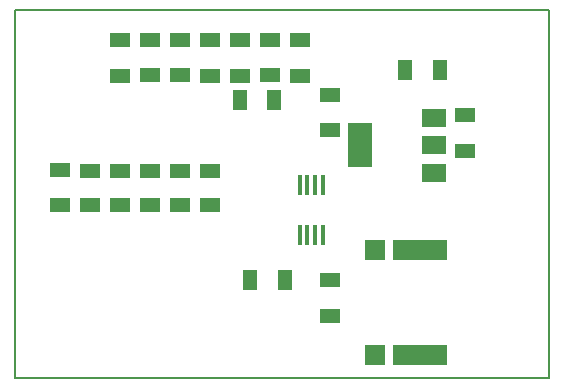
<source format=gbr>
G04 PROTEUS RS274X GERBER FILE*
%FSLAX45Y45*%
%MOMM*%
G01*
%ADD18R,2.032000X1.524000*%
%ADD19R,2.032000X3.810000*%
%ADD70R,1.803400X1.143000*%
%ADD71R,1.143000X1.803400*%
%ADD20R,4.572000X1.651000*%
%ADD21R,1.651000X1.651000*%
%ADD22R,0.304800X1.778000*%
%ADD14C,0.203200*%
D18*
X+2534920Y+7216140D03*
D19*
X+1905000Y+6985000D03*
D18*
X+2534920Y+6985000D03*
X+2534920Y+6753860D03*
D70*
X+2794000Y+7239000D03*
X+2794000Y+6939000D03*
X-127000Y+6767000D03*
X-127000Y+6477000D03*
X-381000Y+6477000D03*
X-381000Y+6767000D03*
X-635000Y+6477000D03*
X-635000Y+6777000D03*
X+635000Y+6477000D03*
X+635000Y+6767000D03*
D71*
X+980000Y+5842000D03*
X+1270000Y+5842000D03*
D70*
X+127000Y+6767000D03*
X+127000Y+6477000D03*
X+127000Y+7874000D03*
X+127000Y+7584000D03*
X-127000Y+7874000D03*
X-127000Y+7574000D03*
D71*
X+889000Y+7366000D03*
X+1179000Y+7366000D03*
D70*
X+1143000Y+7874000D03*
X+1143000Y+7584000D03*
X+635000Y+7874000D03*
X+635000Y+7574000D03*
X+381000Y+6767000D03*
X+381000Y+6477000D03*
X+381000Y+7874000D03*
X+381000Y+7584000D03*
D20*
X+2413000Y+6096000D03*
X+2413000Y+5207000D03*
D21*
X+2032000Y+5207000D03*
X+2032000Y+6096000D03*
D22*
X+1592000Y+6223000D03*
X+1527000Y+6223000D03*
X+1462000Y+6223000D03*
X+1397000Y+6223000D03*
X+1397000Y+6653000D03*
X+1462000Y+6653000D03*
X+1527000Y+6653000D03*
X+1592000Y+6653000D03*
D70*
X+1397000Y+7874000D03*
X+1397000Y+7574000D03*
X+1651000Y+5842000D03*
X+1651000Y+5542000D03*
X+889000Y+7874000D03*
X+889000Y+7574000D03*
X+1651000Y+7412000D03*
X+1651000Y+7112000D03*
D71*
X+2586000Y+7620000D03*
X+2286000Y+7620000D03*
D14*
X-1016000Y+5019040D02*
X+3512000Y+5019040D01*
X+3512000Y+8128000D01*
X-1016000Y+8128000D01*
X-1016000Y+5019040D01*
M02*

</source>
